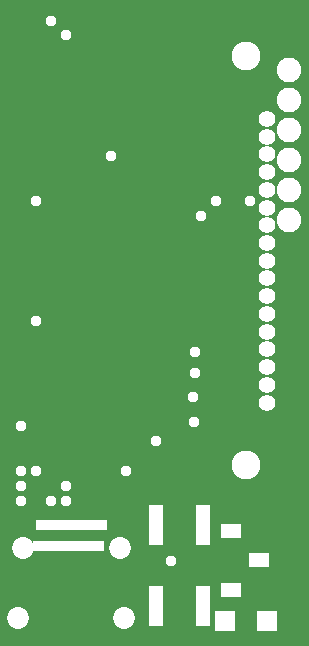
<source format=gbr>
G04 EAGLE Gerber RS-274X export*
G75*
%MOMM*%
%FSLAX34Y34*%
%LPD*%
%INSoldermask Top*%
%IPNEG*%
%AMOC8*
5,1,8,0,0,1.08239X$1,22.5*%
G01*
%ADD10R,0.503200X0.903200*%
%ADD11C,1.853200*%
%ADD12R,1.703200X1.703200*%
%ADD13C,2.453200*%
%ADD14C,1.411200*%
%ADD15C,2.082800*%
%ADD16R,1.803200X1.203200*%
%ADD17R,1.203200X3.403200*%
%ADD18C,0.959600*%


D10*
X38100Y88900D03*
X43100Y88900D03*
X48100Y88900D03*
X53100Y88900D03*
X58100Y88900D03*
X63100Y88900D03*
X68100Y88900D03*
X73100Y88900D03*
X78100Y88900D03*
X83100Y88900D03*
X88100Y88900D03*
X93100Y88900D03*
X40600Y105900D03*
X45600Y105900D03*
X50600Y105900D03*
X55600Y105900D03*
X60600Y105900D03*
X65600Y105900D03*
X70600Y105900D03*
X75600Y105900D03*
X80600Y105900D03*
X85600Y105900D03*
X90600Y105900D03*
X95600Y105900D03*
D11*
X109400Y86800D03*
X26800Y86800D03*
X113000Y27300D03*
X23200Y27300D03*
D12*
X233400Y25400D03*
X198400Y25400D03*
D13*
X215800Y157000D03*
D14*
X233800Y210000D03*
X233800Y225000D03*
X233800Y240000D03*
X233800Y255000D03*
X233800Y270000D03*
X233800Y285000D03*
X233800Y300000D03*
X233800Y315000D03*
X233800Y330000D03*
X233800Y345000D03*
X233800Y360000D03*
X233800Y375000D03*
X233800Y390000D03*
X233800Y405000D03*
X233800Y420000D03*
X233800Y435000D03*
X233800Y450000D03*
D13*
X215800Y503000D03*
D15*
X252730Y364490D03*
X252730Y389890D03*
X252730Y415290D03*
X252730Y440690D03*
X252730Y466090D03*
X252730Y491490D03*
D16*
X203200Y101600D03*
X227200Y76600D03*
X203200Y51600D03*
D17*
X139700Y38100D03*
X179700Y38100D03*
X139700Y106100D03*
X179700Y106100D03*
D18*
X50800Y127000D03*
X219206Y381000D03*
X38100Y381000D03*
X38100Y279400D03*
X38100Y152400D03*
X25400Y152400D03*
X25400Y190500D03*
X152400Y76200D03*
X172110Y193700D03*
X171450Y214630D03*
X172720Y234950D03*
X172720Y252730D03*
X63500Y127000D03*
X177800Y368300D03*
X25400Y127000D03*
X25400Y139700D03*
X63500Y139700D03*
X101600Y419100D03*
X139700Y177800D03*
X63500Y520746D03*
X190500Y381000D03*
X114300Y152400D03*
X50800Y533400D03*
M02*

</source>
